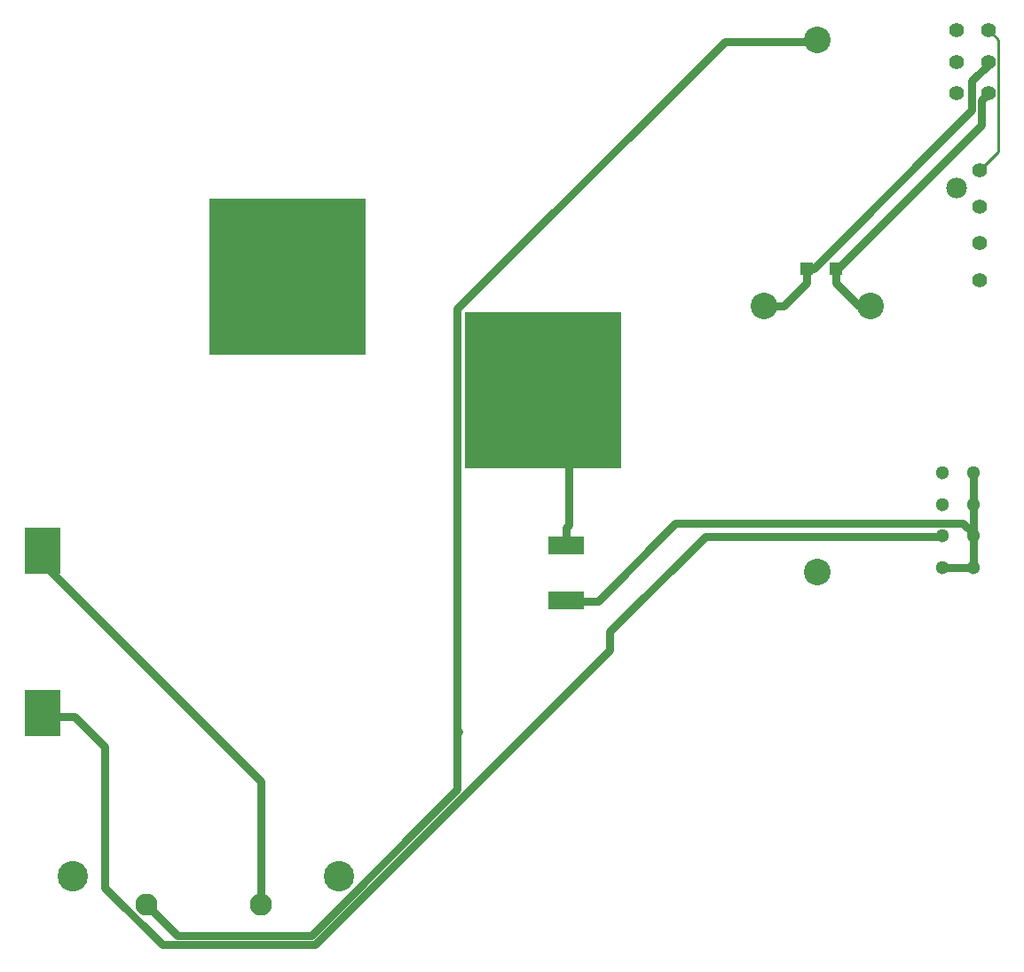
<source format=gtl>
G04 #@! TF.GenerationSoftware,KiCad,Pcbnew,5.0.2-bee76a0~70~ubuntu18.04.1*
G04 #@! TF.CreationDate,2019-04-30T11:20:39-04:00*
G04 #@! TF.ProjectId,AIR_Mount_Plus,4149525f-4d6f-4756-9e74-5f506c75732e,rev?*
G04 #@! TF.SameCoordinates,Original*
G04 #@! TF.FileFunction,Copper,L1,Top*
G04 #@! TF.FilePolarity,Positive*
%FSLAX46Y46*%
G04 Gerber Fmt 4.6, Leading zero omitted, Abs format (unit mm)*
G04 Created by KiCad (PCBNEW 5.0.2-bee76a0~70~ubuntu18.04.1) date Tue 30 Apr 2019 11:20:39 AM EDT*
%MOMM*%
%LPD*%
G01*
G04 APERTURE LIST*
G04 #@! TA.AperFunction,ComponentPad*
%ADD10C,2.540000*%
G04 #@! TD*
G04 #@! TA.AperFunction,ComponentPad*
%ADD11C,2.120000*%
G04 #@! TD*
G04 #@! TA.AperFunction,ComponentPad*
%ADD12C,2.900000*%
G04 #@! TD*
G04 #@! TA.AperFunction,SMDPad,CuDef*
%ADD13R,3.500000X1.780000*%
G04 #@! TD*
G04 #@! TA.AperFunction,ComponentPad*
%ADD14C,1.400000*%
G04 #@! TD*
G04 #@! TA.AperFunction,ComponentPad*
%ADD15C,1.300000*%
G04 #@! TD*
G04 #@! TA.AperFunction,ComponentPad*
%ADD16C,1.397000*%
G04 #@! TD*
G04 #@! TA.AperFunction,ComponentPad*
%ADD17C,1.981000*%
G04 #@! TD*
G04 #@! TA.AperFunction,SMDPad,CuDef*
%ADD18R,1.200000X1.200000*%
G04 #@! TD*
G04 #@! TA.AperFunction,ComponentPad*
%ADD19R,15.000000X15.000000*%
G04 #@! TD*
G04 #@! TA.AperFunction,ComponentPad*
%ADD20C,1.700000*%
G04 #@! TD*
G04 #@! TA.AperFunction,SMDPad,CuDef*
%ADD21R,3.400000X4.500000*%
G04 #@! TD*
G04 #@! TA.AperFunction,Conductor*
%ADD22C,0.762000*%
G04 #@! TD*
G04 #@! TA.AperFunction,Conductor*
%ADD23C,0.254000*%
G04 #@! TD*
G04 #@! TA.AperFunction,Conductor*
%ADD24C,0.152400*%
G04 #@! TD*
G04 APERTURE END LIST*
D10*
G04 #@! TO.P,K1,1*
G04 #@! TO.N,/Discharge_TS+*
X267100000Y-75700000D03*
G04 #@! TO.P,K1,2*
G04 #@! TO.N,Net-(K1-Pad2)*
X267100000Y-24900000D03*
G04 #@! TO.P,K1,3*
G04 #@! TO.N,/GND*
X272180000Y-50300000D03*
G04 #@! TO.P,K1,4*
G04 #@! TO.N,/Shutdown_In*
X262020000Y-50300000D03*
G04 #@! TD*
D11*
G04 #@! TO.P,R2,1*
G04 #@! TO.N,/TS+*
X213969600Y-107467400D03*
G04 #@! TO.P,R2,2*
G04 #@! TO.N,Net-(K1-Pad2)*
X203069600Y-107467400D03*
D12*
G04 #@! TO.P,R2,4*
G04 #@! TO.N,N/C*
X221462600Y-104797400D03*
G04 #@! TO.P,R2,5*
X196062600Y-104797400D03*
G04 #@! TD*
D13*
G04 #@! TO.P,F1,1*
G04 #@! TO.N,/TS+*
X243078000Y-73152000D03*
G04 #@! TO.P,F1,2*
G04 #@! TO.N,/BSPD_Current_Sensor*
X243078000Y-78432000D03*
G04 #@! TD*
D14*
G04 #@! TO.P,J1,6*
G04 #@! TO.N,/Coil+*
X280400000Y-24000000D03*
G04 #@! TO.P,J1,5*
G04 #@! TO.N,/Coil-*
X280400000Y-27000000D03*
G04 #@! TO.P,J1,4*
G04 #@! TO.N,/AUX+*
X280400000Y-30000000D03*
G04 #@! TO.P,J1,3*
G04 #@! TO.N,/AUX-*
X283400000Y-24000000D03*
G04 #@! TO.P,J1,2*
G04 #@! TO.N,/Shutdown_In*
X283400000Y-27000000D03*
G04 #@! TO.P,J1,1*
G04 #@! TO.N,/GND*
X283400000Y-30000000D03*
G04 #@! TD*
D15*
G04 #@! TO.P,J2,1*
G04 #@! TO.N,/BSPD_Current_Sensor*
X282001228Y-75257894D03*
G04 #@! TO.P,J2,6*
G04 #@! TO.N,/TSMP+*
X279001228Y-72257894D03*
G04 #@! TO.P,J2,3*
G04 #@! TO.N,/BSPD_Current_Sensor*
X282001228Y-69257894D03*
G04 #@! TO.P,J2,4*
X282001228Y-66257894D03*
G04 #@! TO.P,J2,7*
G04 #@! TO.N,/Discharge_TS+*
X279001228Y-69257894D03*
G04 #@! TO.P,J2,5*
G04 #@! TO.N,/BSPD_Current_Sensor*
X279001228Y-75257894D03*
G04 #@! TO.P,J2,2*
X282001228Y-72257894D03*
G04 #@! TO.P,J2,8*
G04 #@! TO.N,Net-(J2-Pad8)*
X279001228Y-66257894D03*
G04 #@! TD*
D16*
G04 #@! TO.P,J3,2*
G04 #@! TO.N,/AUX+*
X282600000Y-40850000D03*
G04 #@! TO.P,J3,1*
G04 #@! TO.N,/AUX-*
X282600000Y-37350000D03*
D17*
G04 #@! TO.P,J3,*
G04 #@! TO.N,*
X280370000Y-39100000D03*
D16*
G04 #@! TO.P,J3,3*
G04 #@! TO.N,/Coil-*
X282600000Y-44350000D03*
G04 #@! TO.P,J3,4*
G04 #@! TO.N,/Coil+*
X282600000Y-47850000D03*
G04 #@! TD*
D18*
G04 #@! TO.P,D1,1*
G04 #@! TO.N,/Shutdown_In*
X266062000Y-46736000D03*
G04 #@! TO.P,D1,2*
G04 #@! TO.N,/GND*
X268862000Y-46736000D03*
G04 #@! TD*
D19*
G04 #@! TO.P,J4,1*
G04 #@! TO.N,/BAT+*
X216535832Y-47491956D03*
D20*
X220345832Y-53841956D03*
X222885832Y-53841956D03*
X217805832Y-53841956D03*
X215265832Y-53841956D03*
X212725832Y-53841956D03*
X210185832Y-53841956D03*
X220345832Y-41141956D03*
X215265832Y-41141956D03*
X217805832Y-41141956D03*
X210185832Y-41141956D03*
X222885832Y-41141956D03*
X212725832Y-41141956D03*
G04 #@! TD*
G04 #@! TO.P,J5,1*
G04 #@! TO.N,/TS+*
X237072336Y-52029409D03*
X247232336Y-52029409D03*
X234532336Y-52029409D03*
X242152336Y-52029409D03*
X239612336Y-52029409D03*
X244692336Y-52029409D03*
X234532336Y-64729409D03*
X237072336Y-64729409D03*
X239612336Y-64729409D03*
X242152336Y-64729409D03*
X247232336Y-64729409D03*
X244692336Y-64729409D03*
D19*
X240882336Y-58379409D03*
G04 #@! TD*
D21*
G04 #@! TO.P,R1,1*
G04 #@! TO.N,/TS+*
X193120000Y-73660000D03*
G04 #@! TO.P,R1,2*
G04 #@! TO.N,/TSMP+*
X193120000Y-89160000D03*
G04 #@! TD*
D22*
G04 #@! TO.N,Net-(K1-Pad2)*
X232695234Y-91100000D02*
X232848935Y-90946299D01*
X218795434Y-110400000D02*
X232695234Y-96500200D01*
X232695234Y-96500200D02*
X232695234Y-89900000D01*
X206002200Y-110400000D02*
X218795434Y-110400000D01*
X203069600Y-107467400D02*
X206002200Y-110400000D01*
X232695234Y-74295234D02*
X232695234Y-89900000D01*
X232695234Y-89900000D02*
X232695234Y-91100000D01*
X232695234Y-50606389D02*
X258251623Y-25050000D01*
X232695234Y-74295234D02*
X232695234Y-50606389D01*
X258251623Y-25050000D02*
X267375000Y-25050000D01*
D23*
G04 #@! TO.N,/AUX-*
X284379401Y-35570599D02*
X284379401Y-24904401D01*
X282600000Y-37350000D02*
X284379401Y-35570599D01*
X284379401Y-24904401D02*
X283500000Y-24025000D01*
X283500000Y-24025000D02*
X283500000Y-24350000D01*
X283500000Y-24350000D02*
X283500000Y-24400000D01*
G04 #@! TO.N,/Shutdown_In*
X283425000Y-27000000D02*
X283375000Y-26950000D01*
D22*
X281785591Y-28856409D02*
X283464000Y-27178000D01*
X266700000Y-46736000D02*
X281785591Y-31650409D01*
X281785591Y-31650409D02*
X281785591Y-28856409D01*
X266062000Y-46736000D02*
X266700000Y-46736000D01*
X263868000Y-50292000D02*
X262128000Y-50292000D01*
X266062000Y-46736000D02*
X266062000Y-48098000D01*
X266062000Y-48098000D02*
X263868000Y-50292000D01*
G04 #@! TO.N,/GND*
X268862000Y-48098000D02*
X271056000Y-50292000D01*
X271056000Y-50292000D02*
X272034000Y-50292000D01*
X268862000Y-46736000D02*
X268862000Y-48098000D01*
X282700001Y-33021999D02*
X268986000Y-46736000D01*
X283400000Y-30000000D02*
X282700001Y-30699999D01*
X282700001Y-30699999D02*
X282700001Y-33021999D01*
D24*
X268986000Y-47106000D02*
X268986000Y-46736000D01*
D22*
G04 #@! TO.N,/TSMP+*
X256364566Y-72300000D02*
X277300000Y-72300000D01*
X247300000Y-83188605D02*
X247300000Y-81364566D01*
X204558376Y-111314410D02*
X219174195Y-111314410D01*
X277300000Y-72300000D02*
X279000000Y-72300000D01*
X199072500Y-105828534D02*
X204558376Y-111314410D01*
X193675000Y-89560400D02*
X196227700Y-89560400D01*
X219174195Y-111314410D02*
X247300000Y-83188605D01*
X196227700Y-89560400D02*
X199072500Y-92405200D01*
X247300000Y-81364566D02*
X256364566Y-72300000D01*
X276700000Y-72300000D02*
X277300000Y-72300000D01*
X199072500Y-92405200D02*
X199072500Y-105828534D01*
G04 #@! TO.N,/BSPD_Current_Sensor*
X271057507Y-71074493D02*
X280974493Y-71074493D01*
X280974493Y-71074493D02*
X282100000Y-72200000D01*
X279001228Y-75257894D02*
X281842106Y-75257894D01*
X281842106Y-75257894D02*
X282000000Y-75100000D01*
X282000000Y-75100000D02*
X282000000Y-66300000D01*
X271057507Y-71074493D02*
X270874493Y-71074493D01*
X271057507Y-71074493D02*
X253537507Y-71074493D01*
X253537507Y-71074493D02*
X246126000Y-78486000D01*
X246126000Y-78486000D02*
X243332000Y-78486000D01*
G04 #@! TO.N,/TS+*
X193675000Y-75387200D02*
X214000000Y-95712200D01*
X193675000Y-72542400D02*
X193675000Y-75387200D01*
X214000000Y-95712200D02*
X214000000Y-107300000D01*
X243078000Y-71500000D02*
X243332000Y-71246000D01*
X243078000Y-73152000D02*
X243078000Y-71500000D01*
X243332000Y-71246000D02*
X243332000Y-64516000D01*
G04 #@! TD*
M02*

</source>
